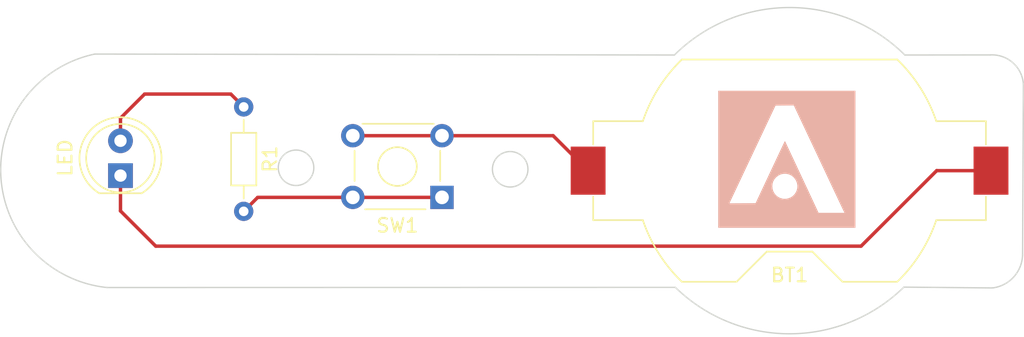
<source format=kicad_pcb>
(kicad_pcb (version 20211014) (generator pcbnew)
  (layers (0 "F.Cu" signal) (31 "B.Cu" signal) (34 "B.Paste" user) (35 "F.Paste" user) (36 "B.SilkS" user "B.Silkscreen") (37 "F.SilkS" user "F.Silkscreen") (38 "B.Mask" user) (39 "F.Mask" user) (44 "Edge.Cuts" user))
  (net 0 "")
  (net 1 "/bat_pos")
  (net 2 "/led_cath")
  (net 3 "/Led_Anode")
  (net 4 "Net-(R1-Pad2)")
  (footprint "Battery:BatteryHolder_Keystone_1058_1x2032" (layer "F.Cu") (at 153.06 92.53)
    (fp_text reference "BT1" (at 0 7.62) (layer "F.SilkS"))
    (fp_text value "Battery")
    (fp_line (start -14.31 1.9) (end -14.31 3.61) (layer "F.SilkS") (width 0.12))
    (fp_line (start 14.31 -1.9) (end 14.31 -3.61) (layer "F.SilkS") (width 0.12))
    (fp_line (start 1.66 5.91) (end -1.66 5.91) (layer "F.SilkS") (width 0.12))
    (fp_line (start -3.86 8.11) (end -7.8473 8.11) (layer "F.SilkS") (width 0.12))
    (fp_line (start 1.66 5.91) (end 3.86 8.11) (layer "F.SilkS") (width 0.12))
    (fp_line (start -7.8473 -8.11) (end 7.8473 -8.11) (layer "F.SilkS") (width 0.12))
    (fp_line (start -10.692 3.61) (end -14.31 3.61) (layer "F.SilkS") (width 0.12))
    (fp_line (start 14.31 3.61) (end 10.692 3.61) (layer "F.SilkS") (width 0.12))
    (fp_line (start -14.31 -3.61) (end -10.692 -3.61) (layer "F.SilkS") (width 0.12))
    (fp_line (start -14.31 -1.9) (end -14.31 -3.61) (layer "F.SilkS") (width 0.12))
    (fp_line (start 10.692 -3.61) (end 14.31 -3.61) (layer "F.SilkS") (width 0.12))
    (fp_line (start 14.31 1.9) (end 14.31 3.61) (layer "F.SilkS") (width 0.12))
    (fp_line (start 7.8473 8.11) (end 3.86 8.11) (layer "F.SilkS") (width 0.12))
    (fp_line (start -1.66 5.91) (end -3.86 8.11) (layer "F.SilkS") (width 0.12))
    (fp_arc (start -10.692 -3.61) (mid -9.538084 -6.031244) (end -7.845371 -8.111789) (layer "F.SilkS") (width 0.12))
    (fp_arc (start 10.692 3.61) (mid 9.538084 6.031244) (end 7.845371 8.111789) (layer "F.SilkS") (width 0.12))
    (fp_arc (start -7.845371 8.111789) (mid -9.538085 6.031244) (end -10.692 3.61) (layer "F.SilkS") (width 0.12))
    (fp_arc (start 7.845371 -8.111789) (mid 9.538085 -6.031244) (end 10.692 -3.61) (layer "F.SilkS") (width 0.12))
    (pad "1" smd rect (at -14.68 0) (size 2.54 3.51) (layers "F.Cu" "F.Paste" "F.Mask") (net 1 "/bat_pos"))
    (pad "2" smd rect (at 14.68 0) (size 2.54 3.51) (layers "F.Cu" "F.Paste" "F.Mask") (net 2 "/led_cath"))
  )
  (footprint "Button_Switch_THT:SW_TH_Tactile_Omron_B3F-10xx" (layer "F.Cu") (at 127.73 94.48 180)
    (fp_text reference "SW1" (at 3.25 -2.05) (layer "F.SilkS"))
    (fp_text value "SW_DPST_x2")
    (fp_line (start 6.37 1.2) (end 6.37 3.4) (layer "F.SilkS") (width 0.12))
    (fp_line (start 0.6 5.37) (end 5.8 5.37) (layer "F.SilkS") (width 0.12))
    (fp_line (start 0.13 3.4) (end 0.13 1.2) (layer "F.SilkS") (width 0.12))
    (fp_line (start 1.2 -0.87) (end 5.6 -0.87) (layer "F.SilkS") (width 0.12))
    (fp_circle (center 3.25 2.25) (end 4.25 3.25) (layer "F.SilkS") (width 0.12) (fill none))
    (pad "1" thru_hole rect (at 0 0 180) (size 1.7 1.7) (drill 1) (layers *.Cu *.Mask) (net 4 "Net-(R1-Pad2)"))
    (pad "1" thru_hole circle (at 6.5 0 180) (size 1.7 1.7) (drill 1) (layers *.Cu *.Mask) (net 4 "Net-(R1-Pad2)"))
    (pad "2" thru_hole circle (at 0 4.5 180) (size 1.7 1.7) (drill 1) (layers *.Cu *.Mask) (net 1 "/bat_pos"))
    (pad "2" thru_hole circle (at 6.5 4.5 180) (size 1.7 1.7) (drill 1) (layers *.Cu *.Mask) (net 1 "/bat_pos"))
  )
  (footprint "LED_THT:LED_D5.0mm" (layer "F.Cu") (at 104.3 92.89 90)
    (fp_text reference "D1")
    (fp_text value "LED" (at 1.29 -4.03 90) (layer "F.SilkS"))
    (fp_line (start -1.29 -1.545) (end -1.29 1.545) (layer "F.SilkS") (width 0.12))
    (fp_arc (start -1.29 -1.54483) (mid 2.072002 -2.880433) (end 4.26 0.000462) (layer "F.SilkS") (width 0.12))
    (fp_arc (start 4.26 -0.000462) (mid 2.072002 2.880433) (end -1.29 1.54483) (layer "F.SilkS") (width 0.12))
    (fp_circle (center 1.27 0) (end 3.77 0) (layer "F.SilkS") (width 0.12) (fill none))
    (pad "1" thru_hole rect (at 0 0 90) (size 1.8 1.8) (drill 0.9) (layers *.Cu *.Mask) (net 2 "/led_cath"))
    (pad "2" thru_hole circle (at 2.54 0 90) (size 1.8 1.8) (drill 0.9) (layers *.Cu *.Mask) (net 3 "/Led_Anode"))
  )
  (footprint "Resistor_THT:R_Axial_DIN0204_L3.6mm_D1.6mm_P7.62mm_Horizontal" (layer "F.Cu") (at 113.28 87.88 -90)
    (fp_text reference "R1" (at 3.81 -1.92 90) (layer "F.SilkS"))
    (fp_text value "R")
    (fp_line (start 0.94 0) (end 1.89 0) (layer "F.SilkS") (width 0.12))
    (fp_line (start 1.89 -0.92) (end 1.89 0.92) (layer "F.SilkS") (width 0.12))
    (fp_line (start 5.73 -0.92) (end 1.89 -0.92) (layer "F.SilkS") (width 0.12))
    (fp_line (start 6.68 0) (end 5.73 0) (layer "F.SilkS") (width 0.12))
    (fp_line (start 1.89 0.92) (end 5.73 0.92) (layer "F.SilkS") (width 0.12))
    (fp_line (start 5.73 0.92) (end 5.73 -0.92) (layer "F.SilkS") (width 0.12))
    (pad "1" thru_hole circle (at 0 0 270) (size 1.4 1.4) (drill 0.7) (layers *.Cu *.Mask) (net 3 "/Led_Anode"))
    (pad "2" thru_hole oval (at 7.62 0 270) (size 1.4 1.4) (drill 0.7) (layers *.Cu *.Mask) (net 4 "Net-(R1-Pad2)"))
  )
  (footprint "ayprologo:logo_1" (layer "B.Cu") (at 152.86 91.7 180)
    (fp_text reference "REF**" hide)
    (fp_text value "logo_1")
    (fp_poly (pts (xy 5.001846 -5.001846) (xy -5.001846 -5.001846) (xy -5.001846 -3.907692) (xy -4.201332 -3.907692) (xy -2.315308 -3.906126) (xy -1.890764 -2.993486) (xy -1.800754 -2.800065) (xy -1.709301 -2.603683) (xy -1.618995 -2.409889) (xy -1.532422 -2.22423) (xy -1.45217 -2.052253) (xy -1.394186 -1.928107) (xy -0.770369 -1.928107) (xy -0.76099 -2.10797) (xy -0.712566 -2.286798) (xy -0.674593 -2.373923) (xy -0.57652 -2.531722) (xy -0.452215 -2.663662) (xy -0.306407 -2.76736) (xy -0.143827 -2.840439) (xy 0.030796 -2.880516) (xy 0.212731 -2.885213) (xy 0.314748 -2.871749) (xy 0.491565 -2.819299) (xy 0.650241 -2.734726) (xy 0.787448 -2.622067) (xy 0.899862 -2.485356) (xy 0.984155 -2.328632) (xy 1.037001 -2.15593) (xy 1.055077 -1.973384) (xy 1.038763 -1.785272) (xy 0.9889 -1.61617) (xy 0.904104 -1.462899) (xy 0.782991 -1.322282) (xy 0.763752 -1.304065) (xy 0.615566 -1.191214) (xy 0.455588 -1.11273) (xy 0.28842 -1.067772) (xy 0.118665 -1.055498) (xy -0.049077 -1.075066) (xy -0.210203 -1.125634) (xy -0.360112 -1.206362) (xy -0.494201 -1.316406) (xy -0.60787 -1.454926) (xy -0.672001 -1.566691) (xy -0.740706 -1.747562) (xy -0.770369 -1.928107) (xy -1.394186 -1.928107) (xy -1.380827 -1.899504) (xy -1.320979 -1.771533) (xy -1.278231 -1.680307) (xy -1.225897 -1.568725) (xy -1.160308 -1.428758) (xy -1.084749 -1.267424) (xy -1.002507 -1.091743) (xy -0.916867 -0.908734) (xy -0.831115 -0.725414) (xy -0.752296 -0.556846) (xy -0.669482 -0.379758) (xy -0.583632 -0.196291) (xy -0.498032 -0.013464) (xy -0.415972 0.161703) (xy -0.340739 0.322192) (xy -0.275622 0.460983) (xy -0.225998 0.566616) (xy -0.165442 0.69565) (xy -0.104853 0.825225) (xy -0.048164 0.946892) (xy 0.000691 1.052204) (xy 0.037776 1.132712) (xy 0.044677 1.14782) (xy 0.080148 1.223304) (xy 0.1104 1.283324) (xy 0.131514 1.320348) (xy 0.138725 1.328551) (xy 0.142061 1.327097) (xy 0.147196 1.320979) (xy 0.155375 1.307613) (xy 0.16784 1.284413) (xy 0.185836 1.248796) (xy 0.210606 1.198177) (xy 0.243393 1.12997) (xy 0.285441 1.041591) (xy 0.337992 0.930455) (xy 0.402292 0.793977) (xy 0.479583 0.629572) (xy 0.571108 0.434657) (xy 0.665059 0.234462) (xy 0.748271 0.057134) (xy 0.843309 -0.145379) (xy 0.945391 -0.362889) (xy 1.049736 -0.58521) (xy 1.151562 -0.802153) (xy 1.246088 -1.00353) (xy 1.288628 -1.094154) (xy 1.378755 -1.28622) (xy 1.480398 -1.502959) (xy 1.588528 -1.73364) (xy 1.698119 -1.967534) (xy 1.804142 -2.193911) (xy 1.901569 -2.402041) (xy 1.945233 -2.495366) (xy 2.27623 -3.202962) (xy 3.223846 -3.208519) (xy 3.412333 -3.209581) (xy 3.588564 -3.210488) (xy 3.748756 -3.211227) (xy 3.889123 -3.211786) (xy 4.00588 -3.21215) (xy 4.095244 -3.212306) (xy 4.153428 -3.212241) (xy 4.176649 -3.211941) (xy 4.176891 -3.211903) (xy 4.170193 -3.194409) (xy 4.148661 -3.145819) (xy 4.114232 -3.070332) (xy 4.068844 -2.972147) (xy 4.014431 -2.855464) (xy 3.952932 -2.724481) (xy 3.91557 -2.645288) (xy 3.838791 -2.482732) (xy 3.750092 -2.294781) (xy 3.654174 -2.091406) (xy 3.555736 -1.882577) (xy 3.459481 -1.678266) (xy 3.370108 -1.488443) (xy 3.340869 -1.426307) (xy 3.26571 -1.266618) (xy 3.177434 -1.079161) (xy 3.079609 -0.871507) (xy 2.975803 -0.651224) (xy 2.869583 -0.425883) (xy 2.764515 -0.203052) (xy 2.664168 0.009698) (xy 2.613433 0.117231) (xy 2.512879 0.330351) (xy 2.402143 0.565091) (xy 2.285447 0.812493) (xy 2.167017 1.0636) (xy 2.051076 1.309456) (xy 1.94185 1.541103) (xy 1.843562 1.749585) (xy 1.811747 1.817077) (xy 1.718292 2.015337) (xy 1.617192 2.229801) (xy 1.512404 2.452075) (xy 1.407887 2.673764) (xy 1.307598 2.886472) (xy 1.215497 3.081805) (xy 1.135539 3.251367) (xy 1.125482 3.272693) (xy 0.821416 3.917462) (xy 0.155565 3.922604) (xy -0.510287 3.927747) (xy -0.584892 3.766297) (xy -0.611585 3.708759) (xy -0.647602 3.631522) (xy -0.693674 3.533027) (xy -0.750532 3.411718) (xy -0.818909 3.266036) (xy -0.899537 3.094425) (xy -0.993146 2.895326) (xy -1.100468 2.667183) (xy -1.222236 2.408439) (xy -1.359181 2.117535) (xy -1.512035 1.792915) (xy -1.519059 1.778) (xy -1.596655 1.613211) (xy -1.683685 1.428363) (xy -1.778586 1.226776) (xy -1.879796 1.011772) (xy -1.985751 0.786673) (xy -2.094888 0.5548) (xy -2.205644 0.319474) (xy -2.316457 0.084016) (xy -2.425762 -0.148251) (xy -2.531998 -0.374007) (xy -2.633601 -0.58993) (xy -2.729007 -0.792698) (xy -2.816655 -0.978991) (xy -2.894981 -1.145487) (xy -2.962422 -1.288865) (xy -3.017414 -1.405803) (xy -3.058396 -1.492979) (xy -3.077558 -1.533769) (xy -3.218302 -1.833415) (xy -3.352717 -2.1194) (xy -3.479876 -2.389755) (xy -3.598849 -2.64251) (xy -3.708705 -2.875695) (xy -3.808517 -3.087341) (xy -3.897355 -3.27548) (xy -3.974289 -3.438141) (xy -4.03839 -3.573355) (xy -4.088729 -3.679153) (xy -4.124376 -3.753566) (xy -4.144403 -3.794623) (xy -4.144766 -3.795346) (xy -4.201332 -3.907692) (xy -5.001846 -3.907692) (xy -5.001846 5.001846) (xy 5.001846 5.001846)) (layer "B.SilkS") (width 0) (fill solid))
  )
  (gr_line (start 170.04 98.69) (end 170.1 86.21) (layer "Edge.Cuts") (width 0.1))
  (gr_arc (start 144.67 84.09) (mid 153.065 80.624274) (end 161.46 84.09) (layer "Edge.Cuts") (width 0.1))
  (gr_arc (start 103.32 101.059999) (mid 95.581339 92.920947) (end 102.43 84.02) (layer "Edge.Cuts") (width 0.1))
  (gr_arc (start 170.04 98.69) (mid 169.389899 100.295971) (end 167.85 101.09) (layer "Edge.Cuts") (width 0.1))
  (gr_arc (start 161.39 101.03) (mid 153.06908 104.436459) (end 144.74 101.05) (layer "Edge.Cuts") (width 0.1))
  (gr_line (start 161.46 84.09) (end 167.69577 84.083578) (layer "Edge.Cuts") (width 0.1))
  (gr_line (start 144.67 84.09) (end 102.43 84.02) (layer "Edge.Cuts") (width 0.1))
  (gr_line (start 103.32 101.059999) (end 144.74 101.05) (layer "Edge.Cuts") (width 0.1))
  (gr_arc (start 167.69577 84.083578) (mid 169.33377 84.653958) (end 170.1 86.21) (layer "Edge.Cuts") (width 0.1))
  (gr_circle (center 132.7 92.43) (end 133.99 92.32) (layer "Edge.Cuts") (width 0.1) (fill none))
  (gr_line (start 167.85 101.09) (end 161.39 101.03) (layer "Edge.Cuts") (width 0.1))
  (gr_circle (center 117.095319 92.32) (end 118.385319 92.21) (layer "Edge.Cuts") (width 0.1) (fill none))
  (segment (start 121.23 89.98) (end 127.73 89.98) (width 0.25) (layer "F.Cu") (net 1))
  (segment (start 135.83 89.98) (end 138.38 92.53) (width 0.25) (layer "F.Cu") (net 1))
  (segment (start 127.73 89.98) (end 135.83 89.98) (width 0.25) (layer "F.Cu") (net 1))
  (segment (start 106.87 98.04) (end 158.27 98.04) (width 0.25) (layer "F.Cu") (net 2))
  (segment (start 163.78 92.53) (end 167.74 92.53) (width 0.25) (layer "F.Cu") (net 2))
  (segment (start 158.27 98.04) (end 163.78 92.53) (width 0.25) (layer "F.Cu") (net 2))
  (segment (start 104.3 92.89) (end 104.3 95.47) (width 0.25) (layer "F.Cu") (net 2))
  (segment (start 104.3 95.47) (end 106.87 98.04) (width 0.25) (layer "F.Cu") (net 2))
  (segment (start 112.34 86.94) (end 113.28 87.88) (width 0.25) (layer "F.Cu") (net 3))
  (segment (start 104.3 90.35) (end 104.3 88.7) (width 0.25) (layer "F.Cu") (net 3))
  (segment (start 104.3 88.7) (end 106.06 86.94) (width 0.25) (layer "F.Cu") (net 3))
  (segment (start 106.06 86.94) (end 112.34 86.94) (width 0.25) (layer "F.Cu") (net 3))
  (segment (start 114.3 94.48) (end 121.23 94.48) (width 0.25) (layer "F.Cu") (net 4))
  (segment (start 113.28 95.5) (end 114.3 94.48) (width 0.25) (layer "F.Cu") (net 4))
  (segment (start 121.23 94.48) (end 127.73 94.48) (width 0.25) (layer "F.Cu") (net 4))
)
</source>
